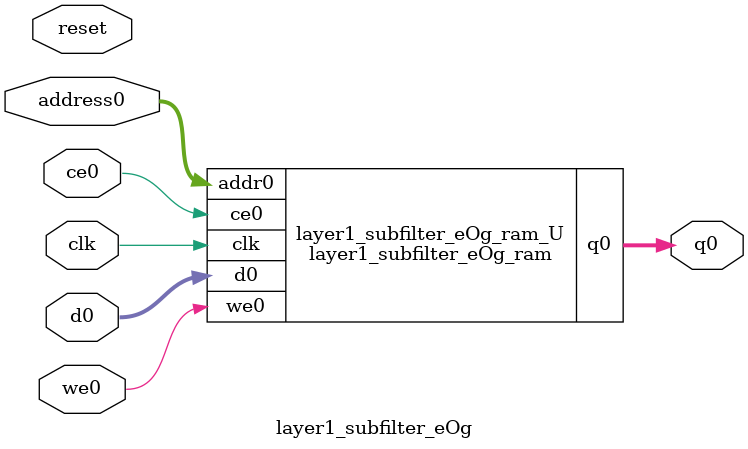
<source format=v>
`timescale 1 ns / 1 ps
module layer1_subfilter_eOg_ram (addr0, ce0, d0, we0, q0,  clk);

parameter DWIDTH = 7;
parameter AWIDTH = 5;
parameter MEM_SIZE = 25;

input[AWIDTH-1:0] addr0;
input ce0;
input[DWIDTH-1:0] d0;
input we0;
output reg[DWIDTH-1:0] q0;
input clk;

(* ram_style = "distributed" *)reg [DWIDTH-1:0] ram[0:MEM_SIZE-1];




always @(posedge clk)  
begin 
    if (ce0) 
    begin
        if (we0) 
        begin 
            ram[addr0] <= d0; 
        end 
        q0 <= ram[addr0];
    end
end


endmodule

`timescale 1 ns / 1 ps
module layer1_subfilter_eOg(
    reset,
    clk,
    address0,
    ce0,
    we0,
    d0,
    q0);

parameter DataWidth = 32'd7;
parameter AddressRange = 32'd25;
parameter AddressWidth = 32'd5;
input reset;
input clk;
input[AddressWidth - 1:0] address0;
input ce0;
input we0;
input[DataWidth - 1:0] d0;
output[DataWidth - 1:0] q0;



layer1_subfilter_eOg_ram layer1_subfilter_eOg_ram_U(
    .clk( clk ),
    .addr0( address0 ),
    .ce0( ce0 ),
    .we0( we0 ),
    .d0( d0 ),
    .q0( q0 ));

endmodule


</source>
